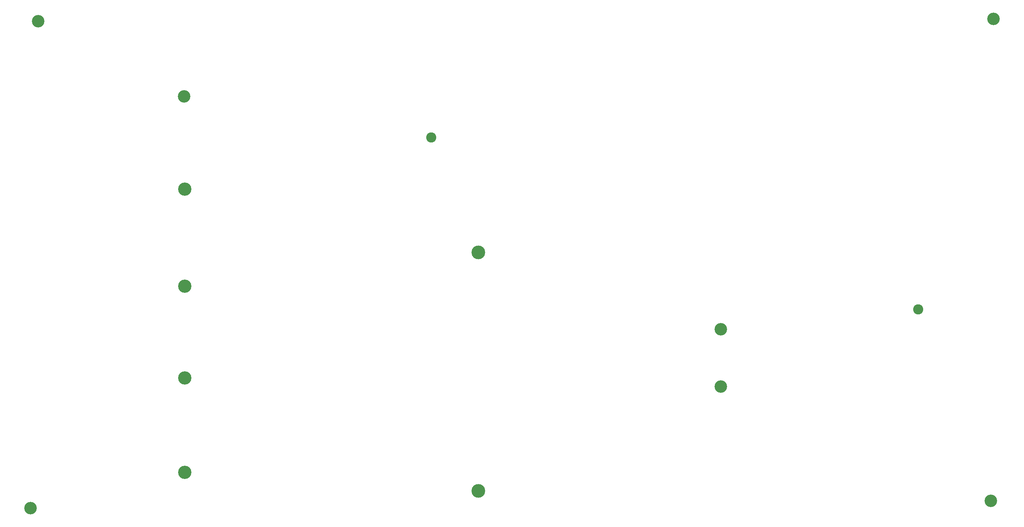
<source format=gbr>
%TF.GenerationSoftware,Novarm,DipTrace,3.3.1.3*%
%TF.CreationDate,2020-09-22T12:08:34+00:00*%
%FSLAX35Y35*%
%MOMM*%
%TF.FileFunction,NonPlated,1,2,NPTH,Drill*%
%TF.Part,Single*%
%TA.AperFunction,MechanicalDrill*%
%ADD16C,2.6*%
%ADD71C,3.2*%
%ADD72C,3.4*%
%ADD73C,3.5*%
G75*
G01*
D71*
X4297700Y10973000D3*
X17996500Y5016500D3*
Y3556000D3*
D16*
X23038500Y5524500D3*
X10604500Y9918000D3*
D72*
X4313500Y8599000D3*
Y6122500D3*
Y1360000D3*
Y3773000D3*
D73*
X11811000Y6985000D3*
Y889000D3*
D71*
X24955500Y12954000D3*
X24892000Y635000D3*
X571500Y12890500D3*
X381000Y444500D3*
M02*

</source>
